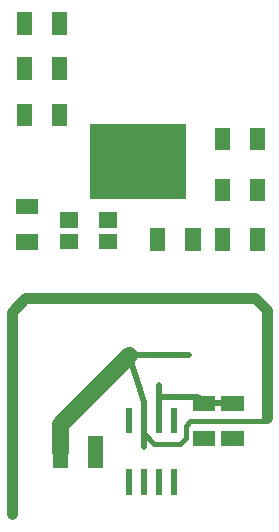
<source format=gbr>
G04 start of page 10 for group -4015 idx -4015 *
G04 Title: (unknown), toppaste *
G04 Creator: pcb 20140316 *
G04 CreationDate: Tue 24 Mar 2015 10:01:30 AM GMT UTC *
G04 For: fosse *
G04 Format: Gerber/RS-274X *
G04 PCB-Dimensions (mil): 2250.00 2150.00 *
G04 PCB-Coordinate-Origin: lower left *
%MOIN*%
%FSLAX25Y25*%
%LNTOPPASTE*%
%ADD81R,0.2500X0.2500*%
%ADD80C,0.0550*%
%ADD79C,0.0350*%
%ADD78C,0.0150*%
%ADD77C,0.0200*%
%ADD76R,0.0200X0.0200*%
%ADD75R,0.0512X0.0512*%
G54D75*X80819Y62914D02*X83181D01*
X80819Y51104D02*X83181D01*
X34095Y49505D02*Y43995D01*
X45905Y49505D02*Y43995D01*
X21819Y128500D02*X24181D01*
X21819Y116690D02*X24181D01*
X88095Y118681D02*Y116319D01*
X99905Y118681D02*Y116319D01*
X22095Y175681D02*Y173319D01*
X33905Y175681D02*Y173319D01*
X22095Y190681D02*Y188319D01*
X33905Y190681D02*Y188319D01*
X22095Y160181D02*Y157819D01*
X33905Y160181D02*Y157819D01*
X66595Y118681D02*Y116319D01*
X78405Y118681D02*Y116319D01*
X36607Y124043D02*X37393D01*
X36607Y116957D02*X37393D01*
X49607Y124043D02*X50393D01*
X49607Y116957D02*X50393D01*
X88095Y135181D02*Y132819D01*
X99905Y135181D02*Y132819D01*
X88095Y152181D02*Y149819D01*
X99905Y152181D02*Y149819D01*
X90319Y62905D02*X92681D01*
X90319Y51095D02*X92681D01*
G54D76*X72000Y60500D02*Y54000D01*
X67000Y60500D02*Y54000D01*
X62000Y60500D02*Y54000D01*
X57000Y60500D02*Y54000D01*
Y40000D02*Y33500D01*
X62000Y40000D02*Y33500D01*
X67000Y40000D02*Y33500D01*
X72000Y40000D02*Y33500D01*
G54D77*X57000Y79000D02*X62000Y63500D01*
G54D78*X77500Y57000D02*X103000D01*
X76000Y55500D02*X77500Y57000D01*
X76000Y55500D02*Y51500D01*
G54D77*X67000Y69000D02*Y57250D01*
X62000Y63500D02*Y59500D01*
X82000Y62914D02*X88129D01*
X79914Y65000D02*X82000Y62914D01*
X67000Y65000D02*X79914D01*
G54D78*X65500Y49500D02*X74000D01*
X76000Y51500D01*
X62000Y53000D02*X65500Y49500D01*
G54D77*X57000Y79000D02*X77000D01*
G54D79*X99000Y98000D02*X103000Y94000D01*
Y58000D01*
G54D77*X62000Y57250D02*Y48500D01*
G54D80*X34000Y56000D02*Y47000D01*
Y56000D02*X57000Y79000D01*
G54D79*X22500Y98000D02*X99000D01*
X18000Y93500D02*X22500Y98000D01*
X18000Y93500D02*Y26000D01*
G54D81*X56500Y143500D02*X63500D01*
M02*

</source>
